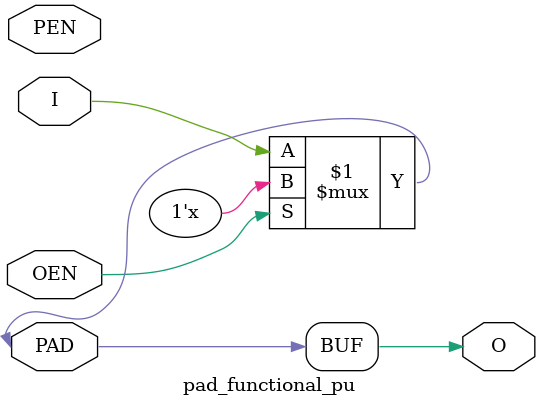
<source format=sv>


module pad_functional_pd (
  input  logic OEN,
  input  logic I,
  output logic O,
  input  logic PEN,
  inout  wire  PAD
);

/*
    X Unknown
    Z Hi-Z
    H Pull High
    L Pull Low
*/

/*
    OEN I   PAD PEN | PAD O
                    |
    0   0   -   0/1 | 0   0
    0   1   -   0/1 | 1   1
    1   0/1 0   0/1 | -   0
    1   0/1 1   0/1 | -   1
    1   0/1 Z   0   | L   L
    1   0/1 Z   1   | -   X

*/

  wire   PAD_wi;

  bufif0 (PAD, I, OEN);
  buf    (O, PAD);
  bufif0 (PAD_wi, 1'b0, PEN);
  //rpmos  (PAD, PAD_wi, 1'b0);

endmodule

module pad_functional_pu (
  input  logic OEN,
  input  logic I,
  output logic O,
  input  logic PEN,
  inout  wire  PAD
);

/*
    X Unknown
    Z Hi-Z
    H Pull High
    L Pull Low
*/

/*
    OEN I   PAD PEN | PAD O
                    |
    0   0   -   0/1 | 0   0
    0   1   -   0/1 | 1   1
    1   0/1 0   0/1 | -   0
    1   0/1 1   0/1 | -   1
    1   0/1 Z   0   | H   H
    1   0/1 Z   1   | -   X

*/

  wire   PAD_wi;

  bufif0 (PAD, I, OEN);
  buf    (O, PAD);
  bufif0 (PAD_wi, 1'b1, PEN);
  //rpmos  (PAD, PAD_wi, 1'b0);

endmodule
</source>
